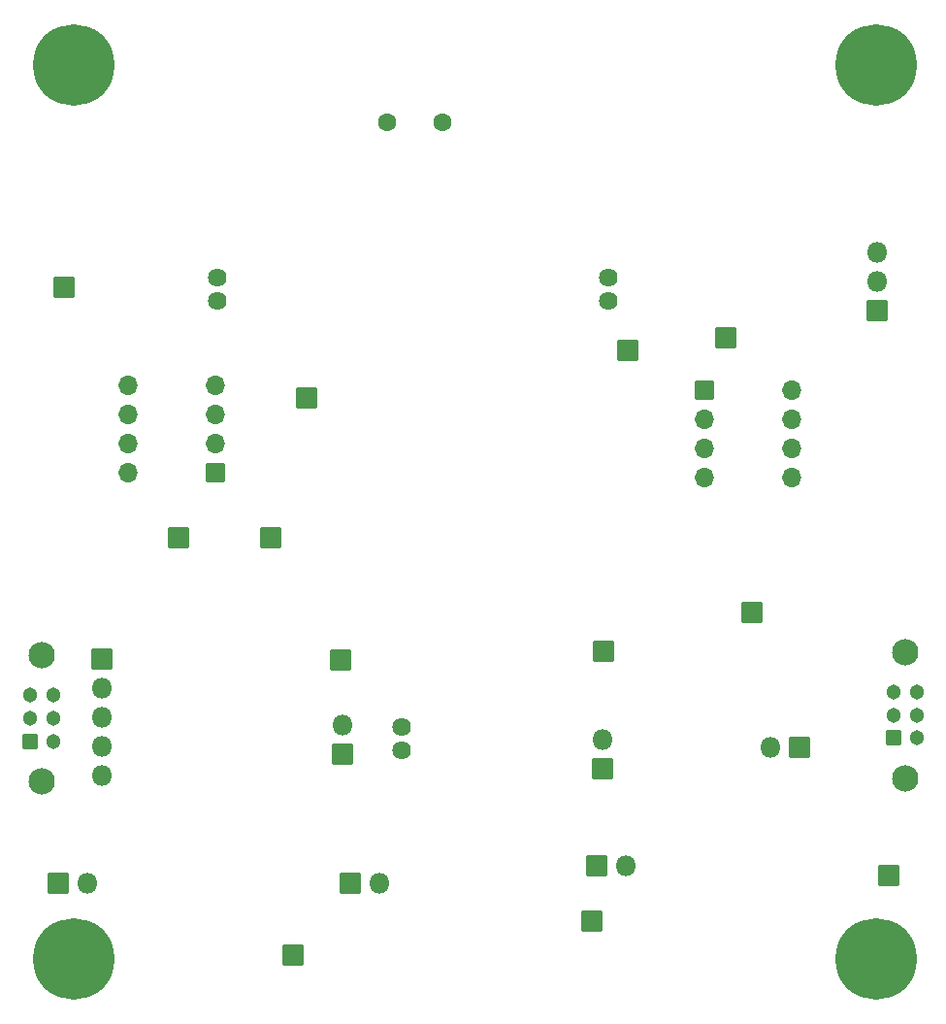
<source format=gbs>
G04 #@! TF.GenerationSoftware,KiCad,Pcbnew,6.0.0*
G04 #@! TF.CreationDate,2022-02-03T14:52:20-05:00*
G04 #@! TF.ProjectId,mama_board,6d616d61-5f62-46f6-9172-642e6b696361,rev?*
G04 #@! TF.SameCoordinates,Original*
G04 #@! TF.FileFunction,Soldermask,Bot*
G04 #@! TF.FilePolarity,Negative*
%FSLAX46Y46*%
G04 Gerber Fmt 4.6, Leading zero omitted, Abs format (unit mm)*
G04 Created by KiCad (PCBNEW 6.0.0) date 2022-02-03 14:52:20*
%MOMM*%
%LPD*%
G01*
G04 APERTURE LIST*
G04 Aperture macros list*
%AMRoundRect*
0 Rectangle with rounded corners*
0 $1 Rounding radius*
0 $2 $3 $4 $5 $6 $7 $8 $9 X,Y pos of 4 corners*
0 Add a 4 corners polygon primitive as box body*
4,1,4,$2,$3,$4,$5,$6,$7,$8,$9,$2,$3,0*
0 Add four circle primitives for the rounded corners*
1,1,$1+$1,$2,$3*
1,1,$1+$1,$4,$5*
1,1,$1+$1,$6,$7*
1,1,$1+$1,$8,$9*
0 Add four rect primitives between the rounded corners*
20,1,$1+$1,$2,$3,$4,$5,0*
20,1,$1+$1,$4,$5,$6,$7,0*
20,1,$1+$1,$6,$7,$8,$9,0*
20,1,$1+$1,$8,$9,$2,$3,0*%
G04 Aperture macros list end*
%ADD10C,1.625600*%
%ADD11O,1.701600X1.701600*%
%ADD12RoundRect,0.050800X0.800000X0.800000X-0.800000X0.800000X-0.800000X-0.800000X0.800000X-0.800000X0*%
%ADD13C,7.101600*%
%ADD14RoundRect,0.050800X-0.850000X-0.850000X0.850000X-0.850000X0.850000X0.850000X-0.850000X0.850000X0*%
%ADD15O,1.801600X1.801600*%
%ADD16RoundRect,0.050800X0.850000X-0.850000X0.850000X0.850000X-0.850000X0.850000X-0.850000X-0.850000X0*%
%ADD17RoundRect,0.050800X0.850000X0.850000X-0.850000X0.850000X-0.850000X-0.850000X0.850000X-0.850000X0*%
%ADD18C,1.601600*%
%ADD19RoundRect,0.050800X-0.800000X-0.800000X0.800000X-0.800000X0.800000X0.800000X-0.800000X0.800000X0*%
%ADD20RoundRect,0.050800X-0.850000X0.850000X-0.850000X-0.850000X0.850000X-0.850000X0.850000X0.850000X0*%
%ADD21C,1.301600*%
%ADD22RoundRect,0.050800X0.600000X-0.600000X0.600000X0.600000X-0.600000X0.600000X-0.600000X-0.600000X0*%
%ADD23C,2.301600*%
G04 APERTURE END LIST*
D10*
X141600000Y-127800000D03*
X141600000Y-129800000D03*
D11*
X117780000Y-105600000D03*
X125400000Y-97980000D03*
X117780000Y-103060000D03*
X125400000Y-100520000D03*
X117780000Y-100520000D03*
X125400000Y-103060000D03*
X117780000Y-97980000D03*
D12*
X125400000Y-105600000D03*
D13*
X183000000Y-70000000D03*
X113000000Y-70000000D03*
X113000000Y-148000000D03*
X183000000Y-148000000D03*
D10*
X159700000Y-88600000D03*
X159700000Y-90600000D03*
X125500000Y-88600000D03*
X125500000Y-90600000D03*
D14*
X172148500Y-117792500D03*
X158250000Y-144725000D03*
D15*
X161190000Y-139850000D03*
D16*
X158650000Y-139850000D03*
D15*
X136450000Y-127610000D03*
D17*
X136450000Y-130150000D03*
D18*
X140340000Y-75000000D03*
X145220000Y-75000000D03*
D11*
X175645000Y-98350000D03*
X168025000Y-105970000D03*
X175645000Y-100890000D03*
X168025000Y-103430000D03*
X175645000Y-103430000D03*
X168025000Y-100890000D03*
X175645000Y-105970000D03*
D19*
X168025000Y-98350000D03*
D14*
X161350000Y-94925000D03*
D17*
X133350000Y-99060000D03*
X130223260Y-111295180D03*
D14*
X169935000Y-93845000D03*
D17*
X112141000Y-89408000D03*
X122190000Y-111290000D03*
D14*
X184150000Y-140716000D03*
X159258000Y-121137680D03*
X136250000Y-121950000D03*
X132100000Y-147650000D03*
D15*
X173810000Y-129560000D03*
D20*
X176350000Y-129560000D03*
D17*
X159176720Y-131434840D03*
D15*
X159176720Y-128894840D03*
X139690000Y-141400000D03*
D16*
X137150000Y-141400000D03*
X111650000Y-141400000D03*
D15*
X114190000Y-141400000D03*
D21*
X109190500Y-127000000D03*
D22*
X109190500Y-129000000D03*
D21*
X109190500Y-125000000D03*
X111190500Y-125000000D03*
X111190500Y-127000000D03*
X111190500Y-129000000D03*
D23*
X110190500Y-121500000D03*
X110190500Y-132500000D03*
D15*
X183124840Y-86374280D03*
X183124840Y-88914280D03*
D17*
X183124840Y-91454280D03*
D21*
X184556400Y-126727200D03*
D22*
X184556400Y-128727200D03*
D21*
X184556400Y-124727200D03*
X186556400Y-124727200D03*
X186556400Y-126727200D03*
X186556400Y-128727200D03*
D23*
X185556400Y-121227200D03*
X185556400Y-132227200D03*
D17*
X115500000Y-121860000D03*
D15*
X115500000Y-124400000D03*
X115500000Y-126940000D03*
X115500000Y-129480000D03*
X115500000Y-132020000D03*
M02*

</source>
